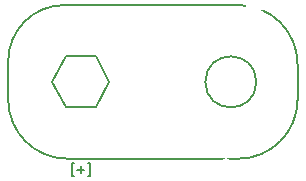
<source format=gbo>
G04 #@! TF.FileFunction,Legend,Bot*
%FSLAX46Y46*%
G04 Gerber Fmt 4.6, Leading zero omitted, Abs format (unit mm)*
G04 Created by KiCad (PCBNEW (2015-05-03 BZR 5637)-product) date 2015 December 01, Tuesday 09:36:31*
%MOMM*%
G01*
G04 APERTURE LIST*
%ADD10C,0.100000*%
%ADD11C,0.150000*%
%ADD12C,0.127000*%
%ADD13R,1.651000X1.651000*%
%ADD14C,1.651000*%
%ADD15C,3.216000*%
G04 APERTURE END LIST*
D10*
D11*
X143675100Y-107162600D02*
X144818100Y-105003600D01*
X144818100Y-105003600D02*
X143675100Y-102844600D01*
X141135100Y-107162600D02*
X143675100Y-107162600D01*
X141135100Y-102844600D02*
X143675100Y-102844600D01*
X141135100Y-107162600D02*
X139992100Y-105003600D01*
X139992100Y-105003600D02*
X141135100Y-102844600D01*
X157264100Y-105003600D02*
G75*
G03X157264100Y-105003600I-2159000J0D01*
G01*
X155755100Y-98503600D02*
G75*
G02X160755100Y-103503600I0J-5000000D01*
G01*
X160755100Y-106503600D02*
G75*
G02X155755100Y-111503600I-5000000J0D01*
G01*
X160755100Y-105003600D02*
X160755100Y-106503600D01*
X160755100Y-105003600D02*
X160755100Y-103503600D01*
X148755100Y-111503600D02*
X155755100Y-111503600D01*
X148755100Y-98503600D02*
X155755100Y-98503600D01*
X141005100Y-98503600D02*
X148755100Y-98503600D01*
X136255100Y-103253600D02*
G75*
G02X141005100Y-98503600I4750000J0D01*
G01*
X136255100Y-106503600D02*
X136255100Y-103253600D01*
X141255100Y-111503600D02*
G75*
G02X136255100Y-106503600I0J5000000D01*
G01*
X148755100Y-111503600D02*
X141255100Y-111503600D01*
D12*
X142985671Y-112968314D02*
X143167100Y-112968314D01*
X143167100Y-111879743D01*
X142985671Y-111879743D01*
X142695385Y-112424029D02*
X142114814Y-112424029D01*
X142405100Y-112714314D02*
X142405100Y-112133743D01*
X141824528Y-112968314D02*
X141643099Y-112968314D01*
X141643099Y-111879743D01*
X141824528Y-111879743D01*
%LPC*%
D13*
X157226000Y-98044000D03*
D14*
X159766000Y-98044000D03*
D15*
X142405100Y-105003600D03*
X155105100Y-105003600D03*
D14*
X154686000Y-112268000D03*
X157226000Y-112268000D03*
X159766000Y-112268000D03*
M02*

</source>
